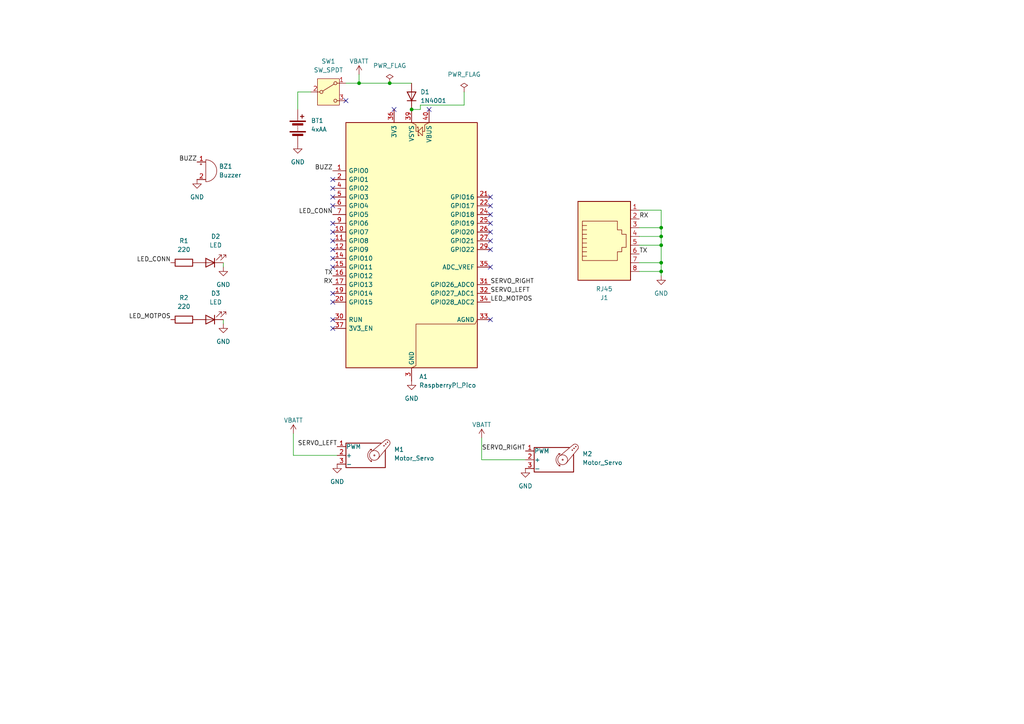
<source format=kicad_sch>
(kicad_sch (version 20231120) (generator "eeschema") (generator_version "8.0")
  (paper "A4")
  (lib_symbols
    (symbol "Connector:RJ45" (pin_names (offset 1.016))
      (property "Reference" "J" (at -5.08 13.97 0))
      (property "Value" "RJ45" (at 2.54 13.97 0))
      (symbol "RJ45_0_1"
        (polyline (pts (xy -5.08 4.445) (xy -6.35 4.445)))
        (polyline (pts (xy -5.08 5.715) (xy -6.35 5.715)))
        (polyline (pts (xy -6.35 -3.175) (xy -5.08 -3.175) (xy -5.08 -3.175)))
        (polyline (pts (xy -6.35 -1.905) (xy -5.08 -1.905) (xy -5.08 -1.905)))
        (polyline (pts (xy -6.35 -0.635) (xy -5.08 -0.635) (xy -5.08 -0.635)))
        (polyline (pts (xy -6.35 0.635) (xy -5.08 0.635) (xy -5.08 0.635)))
        (polyline (pts (xy -6.35 1.905) (xy -5.08 1.905) (xy -5.08 1.905)))
        (polyline (pts (xy -5.08 3.175) (xy -6.35 3.175) (xy -6.35 3.175)))
        (polyline (pts (xy -6.35 -4.445) (xy -6.35 6.985) (xy 3.81 6.985) (xy 3.81 4.445) (xy 5.08 4.445) (xy 5.08 3.175) (xy 6.35 3.175) (xy 6.35 -0.635) (xy 5.08 -0.635) (xy 5.08 -1.905) (xy 3.81 -1.905) (xy 3.81 -4.445) (xy -6.35 -4.445) (xy -6.35 -4.445)))
        (rectangle (start 7.62 12.7) (end -7.62 -10.16) (stroke (width 0.254)) (fill (type background)))
      )
      (symbol "RJ45_1_1"
        (pin passive line (at 10.16 -7.62 180) (length 2.54) (name "~") (number "1"))
        (pin passive line (at 10.16 -5.08 180) (length 2.54) (name "~") (number "2"))
        (pin passive line (at 10.16 -2.54 180) (length 2.54) (name "~") (number "3"))
        (pin passive line (at 10.16 0 180) (length 2.54) (name "~") (number "4"))
        (pin passive line (at 10.16 2.54 180) (length 2.54) (name "~") (number "5"))
        (pin passive line (at 10.16 5.08 180) (length 2.54) (name "~") (number "6"))
        (pin passive line (at 10.16 7.62 180) (length 2.54) (name "~") (number "7"))
        (pin passive line (at 10.16 10.16 180) (length 2.54) (name "~") (number "8"))
      )
    )
    (symbol "Device:Battery" (pin_numbers hide) (pin_names (offset 0) hide)
      (property "Reference" "BT" (at 2.54 2.54 0))
      (property "Value" "Battery" (at 2.54 0 0))
      (symbol "Battery_0_1"
        (rectangle (start -2.286 -1.27) (end 2.286 -1.524) (fill (type outline)))
        (rectangle (start -2.286 1.778) (end 2.286 1.524) (fill (type outline)))
        (rectangle (start -1.524 -2.032) (end 1.524 -2.54) (fill (type outline)))
        (rectangle (start -1.524 1.016) (end 1.524 0.508) (fill (type outline)))
        (polyline (pts (xy 0 -1.016) (xy 0 -0.762)))
        (polyline (pts (xy 0 -0.508) (xy 0 -0.254)))
        (polyline (pts (xy 0 0) (xy 0 0.254)))
        (polyline (pts (xy 0 1.778) (xy 0 2.54)))
        (polyline (pts (xy 0.762 3.048) (xy 1.778 3.048)) (stroke (width 0.254)))
        (polyline (pts (xy 1.27 3.556) (xy 1.27 2.54)) (stroke (width 0.254)))
      )
      (symbol "Battery_1_1"
        (pin passive line (at 0 5.08 270) (length 2.54) (name "+") (number "1"))
        (pin passive line (at 0 -5.08 90) (length 2.54) (name "-") (number "2"))
      )
    )
    (symbol "Device:Buzzer" (pin_names (offset 0.0254) hide)
      (property "Reference" "BZ" (at 3.81 1.27 0))
      (property "Value" "Buzzer" (at 3.81 -1.27 0))
      (symbol "Buzzer_0_1"
        (arc (start 0 -3.175) (mid 3.1612 0) (end 0 3.175))
        (polyline (pts (xy -1.651 1.905) (xy -1.143 1.905)))
        (polyline (pts (xy -1.397 2.159) (xy -1.397 1.651)))
        (polyline (pts (xy 0 3.175) (xy 0 -3.175)))
      )
      (symbol "Buzzer_1_1"
        (pin passive line (at -2.54 2.54 0) (length 2.54) (name "+") (number "1"))
        (pin passive line (at -2.54 -2.54 0) (length 2.54) (name "-") (number "2"))
      )
    )
    (symbol "Device:D" (pin_numbers hide) (pin_names (offset 1.016) hide)
      (property "Reference" "D" (at 0 2.54 0))
      (property "Value" "D" (at 0 -2.54 0))
      (symbol "D_0_1"
        (polyline (pts (xy -1.27 1.27) (xy -1.27 -1.27)) (stroke (width 0.254)))
        (polyline (pts (xy 1.27 0) (xy -1.27 0)))
        (polyline (pts (xy 1.27 1.27) (xy 1.27 -1.27) (xy -1.27 0) (xy 1.27 1.27)) (stroke (width 0.254)))
      )
      (symbol "D_1_1"
        (pin passive line (at -3.81 0 0) (length 2.54) (name "K") (number "1"))
        (pin passive line (at 3.81 0 180) (length 2.54) (name "A") (number "2"))
      )
    )
    (symbol "Device:LED" (pin_numbers hide) (pin_names (offset 1.016) hide)
      (property "Reference" "D" (at 0 2.54 0))
      (property "Value" "LED" (at 0 -2.54 0))
      (symbol "LED_0_1"
        (polyline (pts (xy -1.27 -1.27) (xy -1.27 1.27)) (stroke (width 0.254)))
        (polyline (pts (xy -1.27 0) (xy 1.27 0)))
        (polyline (pts (xy 1.27 -1.27) (xy 1.27 1.27) (xy -1.27 0) (xy 1.27 -1.27)) (stroke (width 0.254)))
        (polyline (pts (xy -3.048 -0.762) (xy -4.572 -2.286) (xy -3.81 -2.286) (xy -4.572 -2.286) (xy -4.572 -1.524)))
        (polyline (pts (xy -1.778 -0.762) (xy -3.302 -2.286) (xy -2.54 -2.286) (xy -3.302 -2.286) (xy -3.302 -1.524)))
      )
      (symbol "LED_1_1"
        (pin passive line (at -3.81 0 0) (length 2.54) (name "K") (number "1"))
        (pin passive line (at 3.81 0 180) (length 2.54) (name "A") (number "2"))
      )
    )
    (symbol "Device:R" (pin_numbers hide) (pin_names (offset 0))
      (property "Reference" "R" (at 2.032 0 90))
      (property "Value" "R" (at 0 0 90))
      (symbol "R_0_1"
        (rectangle (start -1.016 -2.54) (end 1.016 2.54) (stroke (width 0.254)))
      )
      (symbol "R_1_1"
        (pin passive line (at 0 3.81 270) (length 1.27) (name "~") (number "1"))
        (pin passive line (at 0 -3.81 90) (length 1.27) (name "~") (number "2"))
      )
    )
    (symbol "MCU_Module_RaspberryPi_Pico:RaspberryPi_Pico" (pin_names (offset 0.762))
      (property "Reference" "A" (at -19.05 38.1 0))
      (property "Value" "RaspberryPi_Pico" (at 7.62 38.1 0))
      (symbol "RaspberryPi_Pico_0_1"
        (rectangle (start -19.05 36.83) (end 19.05 -34.29) (stroke (width 0.254)) (fill (type background)))
        (polyline (pts (xy 0 36.83) (xy 1.27 36.195) (xy 1.27 34.29) (xy 1.905 34.29)))
        (polyline (pts (xy 1.905 34.29) (xy 3.175 35.56) (xy 3.175 33.02) (xy 1.905 34.29)))
        (polyline (pts (xy 5.08 36.83) (xy 3.81 36.195) (xy 3.81 34.29) (xy 3.175 34.29)))
        (polyline (pts (xy 0 -34.29) (xy 1.27 -33.655) (xy 1.27 -21.59) (xy 18.415 -21.59) (xy 19.05 -20.32)))
        (polyline (pts (xy 1.651 35.306) (xy 1.651 35.56) (xy 1.905 35.56) (xy 1.905 33.02) (xy 2.159 33.02) (xy 2.159 33.274)))
      )
      (symbol "RaspberryPi_Pico_1_1"
        (pin bidirectional line (at -22.86 22.86 0) (length 3.81) (name "GPIO0") (number "1"))
        (pin bidirectional line (at -22.86 5.08 0) (length 3.81) (name "GPIO7") (number "10"))
        (pin bidirectional line (at -22.86 2.54 0) (length 3.81) (name "GPIO8") (number "11"))
        (pin bidirectional line (at -22.86 0 0) (length 3.81) (name "GPIO9") (number "12"))
        (pin passive line (at 0 -38.1 90) (length 3.81) hide (name "GND") (number "13"))
        (pin bidirectional line (at -22.86 -2.54 0) (length 3.81) (name "GPIO10") (number "14"))
        (pin bidirectional line (at -22.86 -5.08 0) (length 3.81) (name "GPIO11") (number "15"))
        (pin bidirectional line (at -22.86 -7.62 0) (length 3.81) (name "GPIO12") (number "16"))
        (pin bidirectional line (at -22.86 -10.16 0) (length 3.81) (name "GPIO13") (number "17"))
        (pin passive line (at 0 -38.1 90) (length 3.81) hide (name "GND") (number "18"))
        (pin bidirectional line (at -22.86 -12.7 0) (length 3.81) (name "GPIO14") (number "19"))
        (pin bidirectional line (at -22.86 20.32 0) (length 3.81) (name "GPIO1") (number "2"))
        (pin bidirectional line (at -22.86 -15.24 0) (length 3.81) (name "GPIO15") (number "20"))
        (pin bidirectional line (at 22.86 15.24 180) (length 3.81) (name "GPIO16") (number "21"))
        (pin bidirectional line (at 22.86 12.7 180) (length 3.81) (name "GPIO17") (number "22"))
        (pin passive line (at 0 -38.1 90) (length 3.81) hide (name "GND") (number "23"))
        (pin bidirectional line (at 22.86 10.16 180) (length 3.81) (name "GPIO18") (number "24"))
        (pin bidirectional line (at 22.86 7.62 180) (length 3.81) (name "GPIO19") (number "25"))
        (pin bidirectional line (at 22.86 5.08 180) (length 3.81) (name "GPIO20") (number "26"))
        (pin bidirectional line (at 22.86 2.54 180) (length 3.81) (name "GPIO21") (number "27"))
        (pin passive line (at 0 -38.1 90) (length 3.81) hide (name "GND") (number "28"))
        (pin bidirectional line (at 22.86 0 180) (length 3.81) (name "GPIO22") (number "29"))
        (pin power_out line (at 0 -38.1 90) (length 3.81) (name "GND") (number "3"))
        (pin input line (at -22.86 -20.32 0) (length 3.81) (name "RUN") (number "30"))
        (pin bidirectional line (at 22.86 -10.16 180) (length 3.81) (name "GPIO26_ADC0") (number "31"))
        (pin bidirectional line (at 22.86 -12.7 180) (length 3.81) (name "GPIO27_ADC1") (number "32"))
        (pin power_out line (at 22.86 -20.32 180) (length 3.81) (name "AGND") (number "33"))
        (pin bidirectional line (at 22.86 -15.24 180) (length 3.81) (name "GPIO28_ADC2") (number "34"))
        (pin power_in line (at 22.86 -5.08 180) (length 3.81) (name "ADC_VREF") (number "35"))
        (pin power_out line (at -5.08 40.64 270) (length 3.81) (name "3V3") (number "36"))
        (pin input line (at -22.86 -22.86 0) (length 3.81) (name "3V3_EN") (number "37"))
        (pin passive line (at 0 -38.1 90) (length 3.81) hide (name "GND") (number "38"))
        (pin power_in line (at 0 40.64 270) (length 3.81) (name "VSYS") (number "39"))
        (pin bidirectional line (at -22.86 17.78 0) (length 3.81) (name "GPIO2") (number "4"))
        (pin power_out line (at 5.08 40.64 270) (length 3.81) (name "VBUS") (number "40"))
        (pin bidirectional line (at -22.86 15.24 0) (length 3.81) (name "GPIO3") (number "5"))
        (pin bidirectional line (at -22.86 12.7 0) (length 3.81) (name "GPIO4") (number "6"))
        (pin bidirectional line (at -22.86 10.16 0) (length 3.81) (name "GPIO5") (number "7"))
        (pin passive line (at 0 -38.1 90) (length 3.81) hide (name "GND") (number "8"))
        (pin bidirectional line (at -22.86 7.62 0) (length 3.81) (name "GPIO6") (number "9"))
      )
    )
    (symbol "Motor:Motor_Servo" (pin_names (offset 0.0254))
      (property "Reference" "M" (at -5.08 4.445 0))
      (property "Value" "Motor_Servo" (at -5.08 -4.064 0))
      (symbol "Motor_Servo_0_1"
        (polyline (pts (xy 2.413 -1.778) (xy 2.032 -1.778)))
        (polyline (pts (xy 2.413 -1.778) (xy 2.286 -1.397)))
        (polyline (pts (xy 2.413 1.778) (xy 1.905 1.778)))
        (polyline (pts (xy 2.413 1.778) (xy 2.286 1.397)))
        (polyline (pts (xy 6.35 4.445) (xy 2.54 1.27)))
        (polyline (pts (xy 7.62 3.175) (xy 4.191 -1.016)))
        (polyline (pts (xy 5.08 3.556) (xy -5.08 3.556) (xy -5.08 -3.556) (xy 6.35 -3.556) (xy 6.35 1.524)) (stroke (width 0.254)))
        (arc (start 2.413 1.778) (mid 1.2406 0) (end 2.413 -1.778))
        (circle (center 3.175 0) (radius 0.1778))
        (circle (center 3.175 0) (radius 1.4224))
        (circle (center 5.969 2.794) (radius 0.127))
        (circle (center 6.477 3.302) (radius 0.127))
        (circle (center 6.985 3.81) (radius 0.127))
        (arc (start 7.62 3.175) (mid 7.4485 4.2735) (end 6.35 4.445))
      )
      (symbol "Motor_Servo_1_1"
        (pin passive line (at -7.62 2.54 0) (length 2.54) (name "PWM") (number "1"))
        (pin passive line (at -7.62 0 0) (length 2.54) (name "+") (number "2"))
        (pin passive line (at -7.62 -2.54 0) (length 2.54) (name "-") (number "3"))
      )
    )
    (symbol "SparkFun-PowerSymbol:VBATT" (power) (pin_names (offset 0))
      (property "Value" "VBATT" (at 0 3.81 0))
      (symbol "VBATT_0_1"
        (polyline (pts (xy -0.762 1.27) (xy 0 2.54)))
        (polyline (pts (xy 0 0) (xy 0 2.54)))
        (polyline (pts (xy 0 2.54) (xy 0.762 1.27)))
      )
      (symbol "VBATT_1_1"
        (pin power_in line (at 0 0 90) (length 0) hide (name "VBATT") (number "1"))
      )
    )
    (symbol "Switch:SW_SPDT" (pin_names (offset 0) hide)
      (property "Reference" "SW" (at 0 5.08 0))
      (property "Value" "SW_SPDT" (at 0 -5.08 0))
      (symbol "SW_SPDT_0_1"
        (circle (center -2.032 0) (radius 0.4572))
        (polyline (pts (xy -1.651 0.254) (xy 1.651 2.286)))
        (circle (center 2.032 -2.54) (radius 0.4572))
        (circle (center 2.032 2.54) (radius 0.4572))
      )
      (symbol "SW_SPDT_1_1"
        (rectangle (start -3.175 3.81) (end 3.175 -3.81) (fill (type background)))
        (pin passive line (at 5.08 2.54 180) (length 2.54) (name "A") (number "1"))
        (pin passive line (at -5.08 0 0) (length 2.54) (name "B") (number "2"))
        (pin passive line (at 5.08 -2.54 180) (length 2.54) (name "C") (number "3"))
      )
    )
    (symbol "power:GND" (power) (pin_numbers hide) (pin_names (offset 0) hide)
      (property "Value" "GND" (at 0 -3.81 0))
      (symbol "GND_0_1"
        (polyline (pts (xy 0 0) (xy 0 -1.27) (xy 1.27 -1.27) (xy 0 -2.54) (xy -1.27 -1.27) (xy 0 -1.27)))
      )
      (symbol "GND_1_1"
        (pin power_in line (at 0 0 270) (length 0) (name "~") (number "1"))
      )
    )
    (symbol "power:PWR_FLAG" (power) (pin_numbers hide) (pin_names (offset 0) hide)
      (property "Value" "PWR_FLAG" (at 0 3.81 0))
      (symbol "PWR_FLAG_0_0"
        (pin power_out line (at 0 0 90) (length 0) (name "~") (number "1"))
      )
      (symbol "PWR_FLAG_0_1"
        (polyline (pts (xy 0 0) (xy 0 1.27) (xy -1.016 1.905) (xy 0 2.54) (xy 1.016 1.905) (xy 0 1.27)))
      )
    )
  )
  (junction (at 113.03 24.13))
  (junction (at 119.38 31.75))
  (junction (at 104.14 24.13))
  (junction (at 191.77 68.58))
  (junction (at 191.77 71.12))
  (junction (at 191.77 76.2))
  (junction (at 191.77 78.74))
  (junction (at 191.77 66.04))
  (no_connect (at 142.24 72.39))
  (no_connect (at 96.52 92.71))
  (no_connect (at 96.52 54.61))
  (no_connect (at 96.52 52.07))
  (no_connect (at 96.52 67.31))
  (no_connect (at 96.52 74.93))
  (no_connect (at 96.52 95.25))
  (no_connect (at 96.52 59.69))
  (no_connect (at 124.46 31.75))
  (no_connect (at 142.24 64.77))
  (no_connect (at 142.24 62.23))
  (no_connect (at 96.52 77.47))
  (no_connect (at 142.24 57.15))
  (no_connect (at 142.24 92.71))
  (no_connect (at 96.52 57.15))
  (no_connect (at 142.24 67.31))
  (no_connect (at 142.24 77.47))
  (no_connect (at 96.52 64.77))
  (no_connect (at 114.3 31.75))
  (no_connect (at 96.52 87.63))
  (no_connect (at 100.33 29.21))
  (no_connect (at 96.52 85.09))
  (no_connect (at 142.24 69.85))
  (no_connect (at 96.52 69.85))
  (no_connect (at 142.24 59.69))
  (no_connect (at 96.52 72.39))
  (wire (pts (xy 121.92 31.75) (xy 119.38 31.75)))
  (wire (pts (xy 113.03 24.13) (xy 119.38 24.13)))
  (wire (pts (xy 64.77 77.47) (xy 64.77 76.2)))
  (wire (pts (xy 191.77 80.01) (xy 191.77 78.74)))
  (wire (pts (xy 104.14 24.13) (xy 113.03 24.13)))
  (wire (pts (xy 86.36 26.67) (xy 86.36 31.75)))
  (wire (pts (xy 90.17 26.67) (xy 86.36 26.67)))
  (wire (pts (xy 191.77 60.96) (xy 191.77 66.04)))
  (wire (pts (xy 134.62 26.67) (xy 134.62 30.48)))
  (wire (pts (xy 104.14 21.59) (xy 104.14 24.13)))
  (wire (pts (xy 121.92 30.48) (xy 121.92 31.75)))
  (wire (pts (xy 191.77 66.04) (xy 191.77 68.58)))
  (wire (pts (xy 134.62 30.48) (xy 121.92 30.48)))
  (wire (pts (xy 185.42 76.2) (xy 191.77 76.2)))
  (wire (pts (xy 191.77 71.12) (xy 191.77 68.58)))
  (wire (pts (xy 139.7 133.35) (xy 152.4 133.35)))
  (wire (pts (xy 185.42 78.74) (xy 191.77 78.74)))
  (wire (pts (xy 139.7 127) (xy 139.7 133.35)))
  (wire (pts (xy 191.77 60.96) (xy 185.42 60.96)))
  (wire (pts (xy 85.09 125.73) (xy 85.09 132.08)))
  (wire (pts (xy 185.42 71.12) (xy 191.77 71.12)))
  (wire (pts (xy 185.42 68.58) (xy 191.77 68.58)))
  (wire (pts (xy 85.09 132.08) (xy 97.79 132.08)))
  (wire (pts (xy 191.77 76.2) (xy 191.77 71.12)))
  (wire (pts (xy 191.77 78.74) (xy 191.77 76.2)))
  (wire (pts (xy 64.77 93.98) (xy 64.77 92.71)))
  (wire (pts (xy 185.42 66.04) (xy 191.77 66.04)))
  (wire (pts (xy 104.14 24.13) (xy 100.33 24.13)))
  (label "TX" (at 185.42 73.66 0))
  (label "SERVO_RIGHT" (at 142.24 82.55 0))
  (label "LED_CONN" (at 96.52 62.23 180))
  (label "RX" (at 96.52 82.55 180))
  (label "LED_MOTPOS" (at 49.53 92.71 180))
  (label "SERVO_RIGHT" (at 152.4 130.81 180))
  (label "SERVO_LEFT" (at 97.79 129.54 180))
  (label "LED_MOTPOS" (at 142.24 87.63 0))
  (label "RX" (at 185.42 63.5 0))
  (label "LED_CONN" (at 49.53 76.2 180))
  (label "BUZZ" (at 57.15 46.99 180))
  (label "TX" (at 96.52 80.01 180))
  (label "SERVO_LEFT" (at 142.24 85.09 0))
  (label "BUZZ" (at 96.52 49.53 180))
  (symbol (lib_id "SparkFun-PowerSymbol:VBATT") (at 104.14 21.59 0) (unit 1)
    (property "Reference" "#PWR012" (effects (hide yes)))
    (property "Value" "VBATT" (at 104.14 17.78 0))
    (property "Description" "Power symbol creates a global label with name \"VBATT\"" (effects (hide yes)))
  )
  (symbol (lib_id "power:GND") (at 57.15 52.07 0) (unit 1)
    (property "Reference" "#PWR06" (effects (hide yes)))
    (property "Value" "GND" (at 57.15 57.15 0))
    (property "Description" "Power symbol creates a global label with name \"GND\" , ground" (effects (hide yes)))
  )
  (symbol (lib_id "Device:R") (at 53.34 76.2 90) (unit 1)
    (property "Reference" "R1" (at 53.34 69.85 90))
    (property "Value" "220" (at 53.34 72.39 90))
    (property "Description" "Resistor" (effects (hide yes)))
  )
  (symbol (lib_id "MCU_Module_RaspberryPi_Pico:RaspberryPi_Pico") (at 119.38 72.39 0) (unit 1)
    (property "Reference" "A1" (at 121.5741 109.22 0) (effects (justify left)))
    (property "Value" "RaspberryPi_Pico" (at 121.5741 111.76 0) (effects (justify left)))
    (property "Footprint" "Module_RaspberryPi_Pico:RaspberryPi_Pico_Common" (effects (hide yes)))
    (property "Datasheet" "https://datasheets.raspberrypi.com/pico/pico-datasheet.pdf" (effects (hide yes)))
    (property "Description" "Versatile and inexpensive microcontroller module powered by RP2040 dual-core Arm Cortex-M0+ processor up to 133 MHz, 264kB SRAM, 2MB QSPI flash" (effects (hide yes)))
  )
  (symbol (lib_id "power:GND") (at 86.36 41.91 0) (unit 1)
    (property "Reference" "#PWR011" (effects (hide yes)))
    (property "Value" "GND" (at 86.36 46.99 0))
    (property "Description" "Power symbol creates a global label with name \"GND\" , ground" (effects (hide yes)))
  )
  (symbol (lib_id "Device:Battery") (at 86.36 36.83 0) (unit 1)
    (property "Reference" "BT1" (at 90.17 34.9884 0) (effects (justify left)))
    (property "Value" "4xAA" (at 90.17 37.5284 0) (effects (justify left)))
    (property "Description" "Multiple-cell battery" (effects (hide yes)))
  )
  (symbol (lib_id "Device:Buzzer") (at 59.69 49.53 0) (unit 1)
    (property "Reference" "BZ1" (at 63.5 48.2599 0) (effects (justify left)))
    (property "Value" "Buzzer" (at 63.5 50.7999 0) (effects (justify left)))
    (property "Description" "Buzzer, polarized" (effects (hide yes)))
  )
  (symbol (lib_id "power:PWR_FLAG") (at 113.03 24.13 0) (unit 1)
    (property "Reference" "#FLG01" (effects (hide yes)))
    (property "Value" "PWR_FLAG" (at 113.03 19.05 0))
    (property "Description" "Special symbol for telling ERC where power comes from" (effects (hide yes)))
  )
  (symbol (lib_id "Device:LED") (at 60.96 92.71 180) (unit 1)
    (property "Reference" "D3" (at 62.5475 85.09 0))
    (property "Value" "LED" (at 62.5475 87.63 0))
    (property "Description" "Light emitting diode" (effects (hide yes)))
  )
  (symbol (lib_id "power:GND") (at 119.38 110.49 0) (unit 1)
    (property "Reference" "#PWR09" (effects (hide yes)))
    (property "Value" "GND" (at 119.38 115.57 0))
    (property "Description" "Power symbol creates a global label with name \"GND\" , ground" (effects (hide yes)))
  )
  (symbol (lib_id "Connector:RJ45") (at 175.26 68.58 0) (mirror x) (unit 1)
    (property "Reference" "J1" (at 175.26 86.36 0))
    (property "Value" "RJ45" (at 175.26 83.82 0))
    (property "Description" "RJ connector, 8P8C (8 positions 8 connected)" (effects (hide yes)))
  )
  (symbol (lib_id "Device:R") (at 53.34 92.71 90) (unit 1)
    (property "Reference" "R2" (at 53.34 86.36 90))
    (property "Value" "220" (at 53.34 88.9 90))
    (property "Description" "Resistor" (effects (hide yes)))
  )
  (symbol (lib_id "Motor:Motor_Servo") (at 105.41 132.08 0) (unit 1)
    (property "Reference" "M1" (at 114.3 130.3765 0) (effects (justify left)))
    (property "Value" "Motor_Servo" (at 114.3 132.9165 0) (effects (justify left)))
    (property "Datasheet" "http://forums.parallax.com/uploads/attachments/46831/74481.png" (effects (hide yes)))
    (property "Description" "Servo Motor (Futaba, HiTec, JR connector)" (effects (hide yes)))
  )
  (symbol (lib_id "power:GND") (at 152.4 135.89 0) (unit 1)
    (property "Reference" "#PWR05" (effects (hide yes)))
    (property "Value" "GND" (at 152.4 140.97 0))
    (property "Description" "Power symbol creates a global label with name \"GND\" , ground" (effects (hide yes)))
  )
  (symbol (lib_id "power:GND") (at 97.79 134.62 0) (unit 1)
    (property "Reference" "#PWR04" (effects (hide yes)))
    (property "Value" "GND" (at 97.79 139.7 0))
    (property "Description" "Power symbol creates a global label with name \"GND\" , ground" (effects (hide yes)))
  )
  (symbol (lib_id "SparkFun-PowerSymbol:VBATT") (at 139.7 127 0) (unit 1)
    (property "Reference" "#PWR03" (effects (hide yes)))
    (property "Value" "VBATT" (at 139.7 123.19 0))
    (property "Description" "Power symbol creates a global label with name \"VBATT\"" (effects (hide yes)))
  )
  (symbol (lib_id "Switch:SW_SPDT") (at 95.25 26.67 0) (unit 1)
    (property "Reference" "SW1" (at 95.25 17.78 0))
    (property "Value" "SW_SPDT" (at 95.25 20.32 0))
    (property "Description" "Switch, single pole double throw" (effects (hide yes)))
  )
  (symbol (lib_id "power:GND") (at 64.77 77.47 0) (unit 1)
    (property "Reference" "#PWR07" (effects (hide yes)))
    (property "Value" "GND" (at 64.77 82.55 0))
    (property "Description" "Power symbol creates a global label with name \"GND\" , ground" (effects (hide yes)))
  )
  (symbol (lib_id "Motor:Motor_Servo") (at 160.02 133.35 0) (unit 1)
    (property "Reference" "M2" (at 168.91 131.6465 0) (effects (justify left)))
    (property "Value" "Motor_Servo" (at 168.91 134.1865 0) (effects (justify left)))
    (property "Datasheet" "http://forums.parallax.com/uploads/attachments/46831/74481.png" (effects (hide yes)))
    (property "Description" "Servo Motor (Futaba, HiTec, JR connector)" (effects (hide yes)))
  )
  (symbol (lib_id "Device:LED") (at 60.96 76.2 180) (unit 1)
    (property "Reference" "D2" (at 62.5475 68.58 0))
    (property "Value" "LED" (at 62.5475 71.12 0))
    (property "Description" "Light emitting diode" (effects (hide yes)))
  )
  (symbol (lib_id "power:PWR_FLAG") (at 134.62 26.67 0) (unit 1)
    (property "Reference" "#FLG02" (effects (hide yes)))
    (property "Value" "PWR_FLAG" (at 134.62 21.59 0))
    (property "Description" "Special symbol for telling ERC where power comes from" (effects (hide yes)))
  )
  (symbol (lib_id "power:GND") (at 64.77 93.98 0) (unit 1)
    (property "Reference" "#PWR08" (effects (hide yes)))
    (property "Value" "GND" (at 64.77 99.06 0))
    (property "Description" "Power symbol creates a global label with name \"GND\" , ground" (effects (hide yes)))
  )
  (symbol (lib_id "Device:D") (at 119.38 27.94 90) (unit 1)
    (property "Reference" "D1" (at 121.92 26.6699 90) (effects (justify right)))
    (property "Value" "1N4001" (at 121.92 29.2099 90) (effects (justify right)))
    (property "Description" "Diode" (effects (hide yes)))
    (property "Sim.Device" "D" (effects (hide yes)))
    (property "Sim.Pins" "1=K 2=A" (effects (hide yes)))
  )
  (symbol (lib_id "power:GND") (at 191.77 80.01 0) (unit 1)
    (property "Reference" "#PWR010" (effects (hide yes)))
    (property "Value" "GND" (at 191.77 85.09 0))
    (property "Description" "Power symbol creates a global label with name \"GND\" , ground" (effects (hide yes)))
  )
  (symbol (lib_id "SparkFun-PowerSymbol:VBATT") (at 85.09 125.73 0) (unit 1)
    (property "Reference" "#PWR02" (effects (hide yes)))
    (property "Value" "VBATT" (at 85.09 121.92 0))
    (property "Description" "Power symbol creates a global label with name \"VBATT\"" (effects (hide yes)))
  )
)
</source>
